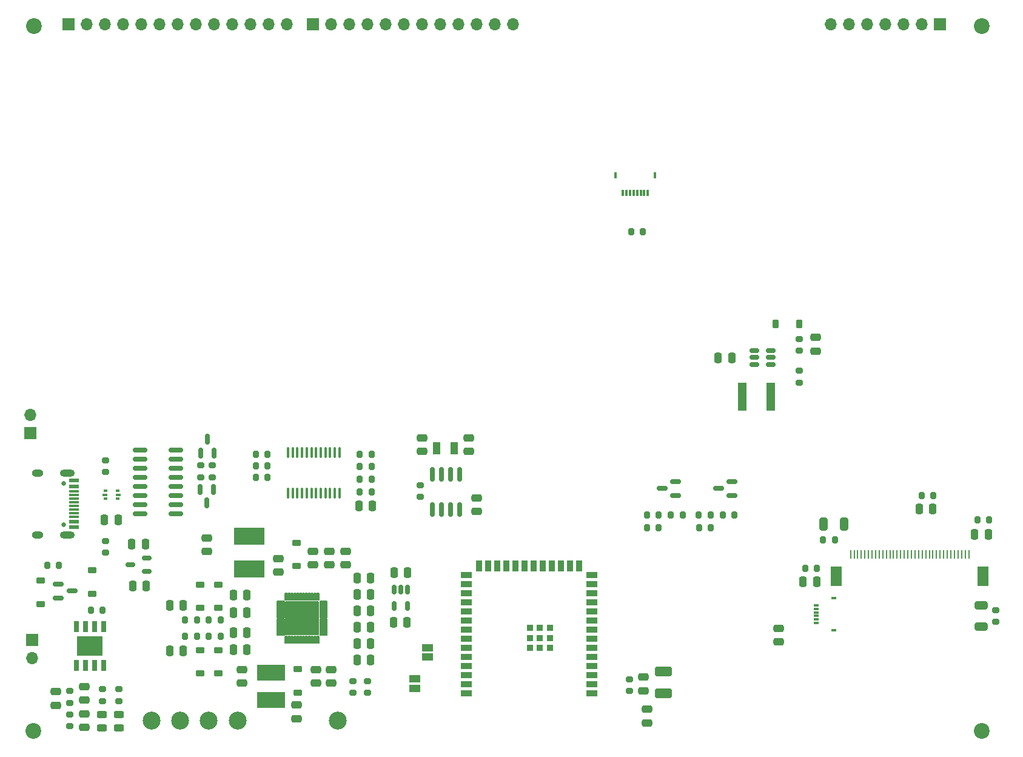
<source format=gts>
G04 #@! TF.GenerationSoftware,KiCad,Pcbnew,7.0.9-7.0.9~ubuntu22.04.1*
G04 #@! TF.CreationDate,2024-02-01T16:34:57+01:00*
G04 #@! TF.ProjectId,v7-kaleido,76372d6b-616c-4656-9964-6f2e6b696361,1.0*
G04 #@! TF.SameCoordinates,Original*
G04 #@! TF.FileFunction,Soldermask,Top*
G04 #@! TF.FilePolarity,Negative*
%FSLAX46Y46*%
G04 Gerber Fmt 4.6, Leading zero omitted, Abs format (unit mm)*
G04 Created by KiCad (PCBNEW 7.0.9-7.0.9~ubuntu22.04.1) date 2024-02-01 16:34:57*
%MOMM*%
%LPD*%
G01*
G04 APERTURE LIST*
G04 Aperture macros list*
%AMRoundRect*
0 Rectangle with rounded corners*
0 $1 Rounding radius*
0 $2 $3 $4 $5 $6 $7 $8 $9 X,Y pos of 4 corners*
0 Add a 4 corners polygon primitive as box body*
4,1,4,$2,$3,$4,$5,$6,$7,$8,$9,$2,$3,0*
0 Add four circle primitives for the rounded corners*
1,1,$1+$1,$2,$3*
1,1,$1+$1,$4,$5*
1,1,$1+$1,$6,$7*
1,1,$1+$1,$8,$9*
0 Add four rect primitives between the rounded corners*
20,1,$1+$1,$2,$3,$4,$5,0*
20,1,$1+$1,$4,$5,$6,$7,0*
20,1,$1+$1,$6,$7,$8,$9,0*
20,1,$1+$1,$8,$9,$2,$3,0*%
G04 Aperture macros list end*
%ADD10C,0.152400*%
%ADD11RoundRect,0.200000X-0.200000X-0.275000X0.200000X-0.275000X0.200000X0.275000X-0.200000X0.275000X0*%
%ADD12C,2.200000*%
%ADD13RoundRect,0.150000X0.150000X-0.587500X0.150000X0.587500X-0.150000X0.587500X-0.150000X-0.587500X0*%
%ADD14RoundRect,0.200000X-0.275000X0.200000X-0.275000X-0.200000X0.275000X-0.200000X0.275000X0.200000X0*%
%ADD15RoundRect,0.200000X0.275000X-0.200000X0.275000X0.200000X-0.275000X0.200000X-0.275000X-0.200000X0*%
%ADD16RoundRect,0.150000X-0.150000X0.587500X-0.150000X-0.587500X0.150000X-0.587500X0.150000X0.587500X0*%
%ADD17RoundRect,0.250000X0.250000X0.475000X-0.250000X0.475000X-0.250000X-0.475000X0.250000X-0.475000X0*%
%ADD18RoundRect,0.250000X-0.475000X0.250000X-0.475000X-0.250000X0.475000X-0.250000X0.475000X0.250000X0*%
%ADD19RoundRect,0.243750X-0.456250X0.243750X-0.456250X-0.243750X0.456250X-0.243750X0.456250X0.243750X0*%
%ADD20RoundRect,0.250000X0.475000X-0.250000X0.475000X0.250000X-0.475000X0.250000X-0.475000X-0.250000X0*%
%ADD21RoundRect,0.250000X0.650000X-0.325000X0.650000X0.325000X-0.650000X0.325000X-0.650000X-0.325000X0*%
%ADD22RoundRect,0.250000X-0.250000X-0.475000X0.250000X-0.475000X0.250000X0.475000X-0.250000X0.475000X0*%
%ADD23RoundRect,0.250000X-0.325000X-0.650000X0.325000X-0.650000X0.325000X0.650000X-0.325000X0.650000X0*%
%ADD24RoundRect,0.200000X0.200000X0.275000X-0.200000X0.275000X-0.200000X-0.275000X0.200000X-0.275000X0*%
%ADD25RoundRect,0.100000X-0.100000X0.637500X-0.100000X-0.637500X0.100000X-0.637500X0.100000X0.637500X0*%
%ADD26RoundRect,0.250000X0.925000X-0.412500X0.925000X0.412500X-0.925000X0.412500X-0.925000X-0.412500X0*%
%ADD27R,3.900000X2.200000*%
%ADD28R,4.200000X2.400000*%
%ADD29R,0.850000X0.200000*%
%ADD30R,0.200000X0.850000*%
%ADD31C,0.508000*%
%ADD32R,4.399999X4.399999*%
%ADD33RoundRect,0.225000X-0.375000X0.225000X-0.375000X-0.225000X0.375000X-0.225000X0.375000X0.225000X0*%
%ADD34RoundRect,0.225000X0.375000X-0.225000X0.375000X0.225000X-0.375000X0.225000X-0.375000X-0.225000X0*%
%ADD35C,2.500000*%
%ADD36R,0.650000X1.500000*%
%ADD37R,3.600000X2.700000*%
%ADD38R,1.700000X1.700000*%
%ADD39O,1.700000X1.700000*%
%ADD40RoundRect,0.150000X0.512500X0.150000X-0.512500X0.150000X-0.512500X-0.150000X0.512500X-0.150000X0*%
%ADD41R,0.500000X0.375000*%
%ADD42R,0.650000X0.300000*%
%ADD43R,1.600000X2.800000*%
%ADD44R,0.250000X1.300000*%
%ADD45RoundRect,0.150000X-0.587500X-0.150000X0.587500X-0.150000X0.587500X0.150000X-0.587500X0.150000X0*%
%ADD46R,1.500000X1.000000*%
%ADD47R,0.355600X0.838200*%
%ADD48R,0.406400X0.838200*%
%ADD49RoundRect,0.150000X-0.150000X0.825000X-0.150000X-0.825000X0.150000X-0.825000X0.150000X0.825000X0*%
%ADD50R,0.800000X0.300000*%
%ADD51R,0.800000X0.400000*%
%ADD52RoundRect,0.150000X-0.150000X0.512500X-0.150000X-0.512500X0.150000X-0.512500X0.150000X0.512500X0*%
%ADD53R,1.500000X0.900000*%
%ADD54R,0.900000X1.500000*%
%ADD55R,0.900000X0.900000*%
%ADD56RoundRect,0.150000X-0.825000X-0.150000X0.825000X-0.150000X0.825000X0.150000X-0.825000X0.150000X0*%
%ADD57C,0.650000*%
%ADD58R,1.450000X0.600000*%
%ADD59R,1.450000X0.300000*%
%ADD60O,2.100000X1.000000*%
%ADD61O,1.600000X1.000000*%
%ADD62R,1.257300X4.013200*%
%ADD63RoundRect,0.150000X0.587500X0.150000X-0.587500X0.150000X-0.587500X-0.150000X0.587500X-0.150000X0*%
%ADD64RoundRect,0.225000X0.225000X0.375000X-0.225000X0.375000X-0.225000X-0.375000X0.225000X-0.375000X0*%
%ADD65R,1.000000X1.800000*%
G04 APERTURE END LIST*
D10*
X103570539Y-131921731D02*
X103570539Y-131621656D01*
X103570539Y-131621656D02*
X102620462Y-131621656D01*
X103570539Y-131521730D02*
X103570539Y-131221654D01*
X103570539Y-131221654D02*
X102620462Y-131221654D01*
X103570539Y-131121731D02*
X103570539Y-130821655D01*
X103570539Y-130821655D02*
X102620462Y-130821655D01*
X103570539Y-130721731D02*
X103570539Y-130421656D01*
X103570539Y-130421656D02*
X102620462Y-130421656D01*
X103570539Y-130321732D02*
X103570539Y-130021654D01*
X103570539Y-130021654D02*
X102620462Y-130021654D01*
X103570539Y-129921730D02*
X103570539Y-129621655D01*
X103570539Y-129621655D02*
X102620462Y-129621655D01*
X103570539Y-129521731D02*
X103570539Y-129221656D01*
X103570539Y-129221656D02*
X102620462Y-129221656D01*
X103570539Y-129121732D02*
X103570539Y-128821656D01*
X103570539Y-128821656D02*
X102620462Y-128821656D01*
X103570539Y-128721730D02*
X103570539Y-128421655D01*
X103570539Y-128421655D02*
X102620462Y-128421655D01*
X103570539Y-128321731D02*
X103570539Y-128021655D01*
X103570539Y-128021655D02*
X102620462Y-128021655D01*
X103570539Y-127921732D02*
X103570539Y-127621656D01*
X103570539Y-127621656D02*
X102620462Y-127621656D01*
X103570539Y-127521730D02*
X103570539Y-127221655D01*
X103570539Y-127221655D02*
X102620462Y-127221655D01*
X102620462Y-131921731D02*
X103570539Y-131921731D01*
X102620462Y-131621656D02*
X102620462Y-131921731D01*
X102620462Y-131521730D02*
X103570539Y-131521730D01*
X102620462Y-131221654D02*
X102620462Y-131521730D01*
X102620462Y-131121731D02*
X103570539Y-131121731D01*
X102620462Y-130821655D02*
X102620462Y-131121731D01*
X102620462Y-130721731D02*
X103570539Y-130721731D01*
X102620462Y-130421656D02*
X102620462Y-130721731D01*
X102620462Y-130321732D02*
X103570539Y-130321732D01*
X102620462Y-130021654D02*
X102620462Y-130321732D01*
X102620462Y-129921730D02*
X103570539Y-129921730D01*
X102620462Y-129621655D02*
X102620462Y-129921730D01*
X102620462Y-129521731D02*
X103570539Y-129521731D01*
X102620462Y-129221656D02*
X102620462Y-129521731D01*
X102620462Y-129121732D02*
X103570539Y-129121732D01*
X102620462Y-128821656D02*
X102620462Y-129121732D01*
X102620462Y-128721730D02*
X103570539Y-128721730D01*
X102620462Y-128421655D02*
X102620462Y-128721730D01*
X102620462Y-128321731D02*
X103570539Y-128321731D01*
X102620462Y-128021655D02*
X102620462Y-128321731D01*
X102620462Y-127921732D02*
X103570539Y-127921732D01*
X102620462Y-127621656D02*
X102620462Y-127921732D01*
X102620462Y-127521730D02*
X103570539Y-127521730D01*
X102620462Y-127221655D02*
X102620462Y-127521730D01*
X102470538Y-133021732D02*
X102470538Y-132071655D01*
X102470538Y-132071655D02*
X102170463Y-132071655D01*
X102470538Y-127071731D02*
X102470538Y-126121654D01*
X102470538Y-126121654D02*
X102170463Y-126121654D01*
X102383999Y-131835192D02*
X101895300Y-131835192D01*
X102383999Y-131835192D02*
X97857001Y-131835192D01*
X102383999Y-131346493D02*
X102383999Y-131835192D01*
X102383999Y-130946493D02*
X97857001Y-130946493D01*
X102383999Y-130559093D02*
X102383999Y-130946493D01*
X102383999Y-130159093D02*
X97857001Y-130159093D01*
X102383999Y-129771693D02*
X102383999Y-130159093D01*
X102383999Y-129371693D02*
X97857001Y-129371693D01*
X102383999Y-128984293D02*
X102383999Y-129371693D01*
X102383999Y-128584293D02*
X97857001Y-128584293D01*
X102383999Y-128196893D02*
X102383999Y-128584293D01*
X102383999Y-127796893D02*
X97857001Y-127796893D01*
X102383999Y-127308194D02*
X102383999Y-131835192D01*
X102383999Y-127308194D02*
X102383999Y-127796893D01*
X102170463Y-133021732D02*
X102470538Y-133021732D01*
X102170463Y-132071655D02*
X102170463Y-133021732D01*
X102170463Y-127071731D02*
X102470538Y-127071731D01*
X102170463Y-126121654D02*
X102170463Y-127071731D01*
X102070537Y-133021732D02*
X102070537Y-132071655D01*
X102070537Y-132071655D02*
X101770461Y-132071655D01*
X102070537Y-127071731D02*
X102070537Y-126121654D01*
X102070537Y-126121654D02*
X101770461Y-126121654D01*
X101895300Y-131835192D02*
X101895300Y-127308194D01*
X101895300Y-127308194D02*
X102383999Y-127308194D01*
X101770461Y-133021732D02*
X102070537Y-133021732D01*
X101770461Y-132071655D02*
X101770461Y-133021732D01*
X101770461Y-127071731D02*
X102070537Y-127071731D01*
X101770461Y-126121654D02*
X101770461Y-127071731D01*
X101670538Y-133021732D02*
X101670538Y-132071655D01*
X101670538Y-132071655D02*
X101370462Y-132071655D01*
X101670538Y-127071731D02*
X101670538Y-126121654D01*
X101670538Y-126121654D02*
X101370462Y-126121654D01*
X101495300Y-131835192D02*
X101495300Y-127308194D01*
X101495300Y-127308194D02*
X101107900Y-127308194D01*
X101370462Y-133021732D02*
X101670538Y-133021732D01*
X101370462Y-132071655D02*
X101370462Y-133021732D01*
X101370462Y-127071731D02*
X101670538Y-127071731D01*
X101370462Y-126121654D02*
X101370462Y-127071731D01*
X101270538Y-133021732D02*
X101270538Y-132071655D01*
X101270538Y-132071655D02*
X100970463Y-132071655D01*
X101270538Y-127071731D02*
X101270538Y-126121654D01*
X101270538Y-126121654D02*
X100970463Y-126121654D01*
X101107900Y-131835192D02*
X101495300Y-131835192D01*
X101107900Y-127308194D02*
X101107900Y-131835192D01*
X100970463Y-133021732D02*
X101270538Y-133021732D01*
X100970463Y-132071655D02*
X100970463Y-133021732D01*
X100970463Y-127071731D02*
X101270538Y-127071731D01*
X100970463Y-126121654D02*
X100970463Y-127071731D01*
X100870539Y-127071731D02*
X100870539Y-126121654D01*
X100870539Y-126121654D02*
X100570461Y-126121654D01*
X100870537Y-133021732D02*
X100870537Y-132071655D01*
X100870537Y-132071655D02*
X100570461Y-132071655D01*
X100707900Y-131835192D02*
X100707900Y-127308194D01*
X100707900Y-127308194D02*
X100320500Y-127308194D01*
X100570461Y-133021732D02*
X100870537Y-133021732D01*
X100570461Y-132071655D02*
X100570461Y-133021732D01*
X100570461Y-127071731D02*
X100870539Y-127071731D01*
X100570461Y-126121654D02*
X100570461Y-127071731D01*
X100470537Y-133021732D02*
X100470537Y-132071655D01*
X100470537Y-132071655D02*
X100170462Y-132071655D01*
X100470537Y-127071731D02*
X100470537Y-126121654D01*
X100470537Y-126121654D02*
X100170462Y-126121654D01*
X100320500Y-131835192D02*
X100707900Y-131835192D01*
X100320500Y-127308194D02*
X100320500Y-131835192D01*
X100170462Y-133021732D02*
X100470537Y-133021732D01*
X100170462Y-132071655D02*
X100170462Y-133021732D01*
X100170462Y-127071731D02*
X100470537Y-127071731D01*
X100170462Y-126121654D02*
X100170462Y-127071731D01*
X100070538Y-133021732D02*
X100070538Y-132071655D01*
X100070538Y-132071655D02*
X99770463Y-132071655D01*
X100070538Y-127071731D02*
X100070538Y-126121654D01*
X100070538Y-126121654D02*
X99770463Y-126121654D01*
X99920500Y-131835192D02*
X99920500Y-127308194D01*
X99920500Y-127308194D02*
X99533100Y-127308194D01*
X99770463Y-133021732D02*
X100070538Y-133021732D01*
X99770463Y-132071655D02*
X99770463Y-133021732D01*
X99770463Y-127071731D02*
X100070538Y-127071731D01*
X99770463Y-126121654D02*
X99770463Y-127071731D01*
X99670539Y-133021732D02*
X99670539Y-132071655D01*
X99670539Y-132071655D02*
X99370461Y-132071655D01*
X99670539Y-127071731D02*
X99670539Y-126121654D01*
X99670539Y-126121654D02*
X99370463Y-126121654D01*
X99533100Y-131835192D02*
X99920500Y-131835192D01*
X99533100Y-127308194D02*
X99533100Y-131835192D01*
X99370463Y-127071731D02*
X99670539Y-127071731D01*
X99370463Y-126121654D02*
X99370463Y-127071731D01*
X99370461Y-133021732D02*
X99670539Y-133021732D01*
X99370461Y-132071655D02*
X99370461Y-133021732D01*
X99270537Y-133021732D02*
X99270537Y-132071655D01*
X99270537Y-132071655D02*
X98970462Y-132071655D01*
X99270537Y-127071731D02*
X99270537Y-126121654D01*
X99270537Y-126121654D02*
X98970462Y-126121654D01*
X99133100Y-131835192D02*
X99133100Y-127308194D01*
X99133100Y-127308194D02*
X98745700Y-127308194D01*
X98970462Y-133021732D02*
X99270537Y-133021732D01*
X98970462Y-132071655D02*
X98970462Y-133021732D01*
X98970462Y-127071731D02*
X99270537Y-127071731D01*
X98970462Y-126121654D02*
X98970462Y-127071731D01*
X98870538Y-133021732D02*
X98870538Y-132071655D01*
X98870538Y-132071655D02*
X98570462Y-132071655D01*
X98870538Y-127071731D02*
X98870538Y-126121654D01*
X98870538Y-126121654D02*
X98570462Y-126121654D01*
X98745700Y-131835192D02*
X99133100Y-131835192D01*
X98745700Y-127308194D02*
X98745700Y-131835192D01*
X98570462Y-133021732D02*
X98870538Y-133021732D01*
X98570462Y-132071655D02*
X98570462Y-133021732D01*
X98570462Y-127071731D02*
X98870538Y-127071731D01*
X98570462Y-126121654D02*
X98570462Y-127071731D01*
X98470539Y-133021732D02*
X98470539Y-132071655D01*
X98470539Y-132071655D02*
X98170463Y-132071655D01*
X98470539Y-127071731D02*
X98470539Y-126121654D01*
X98470539Y-126121654D02*
X98170463Y-126121654D01*
X98345700Y-131835192D02*
X97857001Y-131835192D01*
X98345700Y-127308194D02*
X98345700Y-131835192D01*
X98170463Y-133021732D02*
X98470539Y-133021732D01*
X98170463Y-132071655D02*
X98170463Y-133021732D01*
X98170463Y-127071731D02*
X98470539Y-127071731D01*
X98170463Y-126121654D02*
X98170463Y-127071731D01*
X98070537Y-133021732D02*
X98070537Y-132071655D01*
X98070537Y-132071655D02*
X97770462Y-132071655D01*
X98070537Y-127071731D02*
X98070537Y-126121654D01*
X98070537Y-126121654D02*
X97770462Y-126121654D01*
X97857001Y-131835192D02*
X97857001Y-131346493D01*
X97857001Y-131835192D02*
X97857001Y-127308194D01*
X97857001Y-131346493D02*
X102383999Y-131346493D01*
X97857001Y-130946493D02*
X97857001Y-130559093D01*
X97857001Y-130559093D02*
X102383999Y-130559093D01*
X97857001Y-130159093D02*
X97857001Y-129771693D01*
X97857001Y-129771693D02*
X102383999Y-129771693D01*
X97857001Y-129371693D02*
X97857001Y-128984293D01*
X97857001Y-128984293D02*
X102383999Y-128984293D01*
X97857001Y-128584293D02*
X97857001Y-128196893D01*
X97857001Y-128196893D02*
X102383999Y-128196893D01*
X97857001Y-127796893D02*
X97857001Y-127308194D01*
X97857001Y-127308194D02*
X102383999Y-127308194D01*
X97857001Y-127308194D02*
X98345700Y-127308194D01*
X97770462Y-133021732D02*
X98070537Y-133021732D01*
X97770462Y-132071655D02*
X97770462Y-133021732D01*
X97770462Y-127071731D02*
X98070537Y-127071731D01*
X97770462Y-126121654D02*
X97770462Y-127071731D01*
X97620538Y-131921731D02*
X97620538Y-131621656D01*
X97620538Y-131621656D02*
X96670461Y-131621656D01*
X97620538Y-131521730D02*
X97620538Y-131221654D01*
X97620538Y-131221654D02*
X96670461Y-131221654D01*
X97620538Y-131121731D02*
X97620538Y-130821655D01*
X97620538Y-130821655D02*
X96670461Y-130821655D01*
X97620538Y-130721731D02*
X97620538Y-130421656D01*
X97620538Y-130421656D02*
X96670461Y-130421656D01*
X97620538Y-130321730D02*
X97620538Y-130021654D01*
X97620538Y-130021654D02*
X96670461Y-130021654D01*
X97620538Y-129921730D02*
X97620538Y-129621655D01*
X97620538Y-129621655D02*
X96670461Y-129621655D01*
X97620538Y-129521731D02*
X97620538Y-129221656D01*
X97620538Y-129221656D02*
X96670461Y-129221656D01*
X97620538Y-129121732D02*
X97620538Y-128821654D01*
X97620538Y-128821654D02*
X96670461Y-128821654D01*
X97620538Y-128721730D02*
X97620538Y-128421655D01*
X97620538Y-128421655D02*
X96670461Y-128421655D01*
X97620538Y-128321731D02*
X97620538Y-128021655D01*
X97620538Y-128021655D02*
X96670461Y-128021655D01*
X97620538Y-127921732D02*
X97620538Y-127621656D01*
X97620538Y-127621656D02*
X96670461Y-127621656D01*
X97620538Y-127521730D02*
X97620538Y-127221655D01*
X97620538Y-127221655D02*
X96670461Y-127221655D01*
X96670461Y-131921731D02*
X97620538Y-131921731D01*
X96670461Y-131621656D02*
X96670461Y-131921731D01*
X96670461Y-131521730D02*
X97620538Y-131521730D01*
X96670461Y-131221654D02*
X96670461Y-131521730D01*
X96670461Y-131121731D02*
X97620538Y-131121731D01*
X96670461Y-130821655D02*
X96670461Y-131121731D01*
X96670461Y-130721731D02*
X97620538Y-130721731D01*
X96670461Y-130421656D02*
X96670461Y-130721731D01*
X96670461Y-130321730D02*
X97620538Y-130321730D01*
X96670461Y-130021654D02*
X96670461Y-130321730D01*
X96670461Y-129921730D02*
X97620538Y-129921730D01*
X96670461Y-129621655D02*
X96670461Y-129921730D01*
X96670461Y-129521731D02*
X97620538Y-129521731D01*
X96670461Y-129221656D02*
X96670461Y-129521731D01*
X96670461Y-129121732D02*
X97620538Y-129121732D01*
X96670461Y-128821654D02*
X96670461Y-129121732D01*
X96670461Y-128721730D02*
X97620538Y-128721730D01*
X96670461Y-128421655D02*
X96670461Y-128721730D01*
X96670461Y-128321731D02*
X97620538Y-128321731D01*
X96670461Y-128021655D02*
X96670461Y-128321731D01*
X96670461Y-127921732D02*
X97620538Y-127921732D01*
X96670461Y-127621656D02*
X96670461Y-127921732D01*
X96670461Y-127521730D02*
X97620538Y-127521730D01*
X96670461Y-127221655D02*
X96670461Y-127521730D01*
D11*
X108171500Y-108443693D03*
X109821500Y-108443693D03*
D12*
X195000000Y-46910000D03*
D13*
X85946500Y-106506193D03*
X87846500Y-106506193D03*
X86896500Y-104631193D03*
D14*
X85996500Y-108243693D03*
X85996500Y-109893693D03*
D15*
X87596500Y-109893693D03*
X87596500Y-108243693D03*
D16*
X87746500Y-111606193D03*
X85846500Y-111606193D03*
X86796500Y-113481193D03*
D17*
X114796500Y-130143693D03*
X112896500Y-130143693D03*
D18*
X69696500Y-139143693D03*
X69696500Y-141043693D03*
D19*
X74554500Y-143005693D03*
X74554500Y-144880693D03*
D14*
X72246500Y-139518693D03*
X72246500Y-141168693D03*
X74554500Y-139518693D03*
X74554500Y-141168693D03*
D19*
X72141500Y-143005693D03*
X72141500Y-144880693D03*
D20*
X148296500Y-144193693D03*
X148296500Y-142293693D03*
X69696500Y-144843693D03*
X69696500Y-142943693D03*
D17*
X109706500Y-135413693D03*
X107806500Y-135413693D03*
D20*
X166690000Y-132880000D03*
X166690000Y-130980000D03*
D21*
X194955000Y-130750000D03*
X194955000Y-127800000D03*
D22*
X170062000Y-124520000D03*
X171962000Y-124520000D03*
D23*
X172890000Y-116490000D03*
X175840000Y-116490000D03*
D22*
X194030000Y-117880000D03*
X195930000Y-117880000D03*
D24*
X95321500Y-106743693D03*
X93671500Y-106743693D03*
D15*
X107177700Y-140015293D03*
X107177700Y-138365293D03*
X196955000Y-130100000D03*
X196955000Y-128450000D03*
D11*
X170365000Y-122590000D03*
X172015000Y-122590000D03*
X172840000Y-118690000D03*
X174490000Y-118690000D03*
X194405000Y-115848000D03*
X196055000Y-115848000D03*
D14*
X109209700Y-138365293D03*
X109209700Y-140015293D03*
D25*
X105321500Y-106443693D03*
X104671500Y-106443693D03*
X104021500Y-106443693D03*
X103371500Y-106443693D03*
X102721500Y-106443693D03*
X102071500Y-106443693D03*
X101421500Y-106443693D03*
X100771500Y-106443693D03*
X100121500Y-106443693D03*
X99471500Y-106443693D03*
X98821500Y-106443693D03*
X98171500Y-106443693D03*
X98171500Y-112168693D03*
X98821500Y-112168693D03*
X99471500Y-112168693D03*
X100121500Y-112168693D03*
X100771500Y-112168693D03*
X101421500Y-112168693D03*
X102071500Y-112168693D03*
X102721500Y-112168693D03*
X103371500Y-112168693D03*
X104021500Y-112168693D03*
X104671500Y-112168693D03*
X105321500Y-112168693D03*
D18*
X106216500Y-120239693D03*
X106216500Y-122139693D03*
D26*
X150596500Y-140081193D03*
X150596500Y-137006193D03*
D22*
X107806500Y-123983693D03*
X109706500Y-123983693D03*
D24*
X88753500Y-129825693D03*
X87103500Y-129825693D03*
D27*
X95802500Y-140996693D03*
X95802500Y-137196693D03*
D28*
X92754500Y-122677693D03*
X92754500Y-118177693D03*
D24*
X85451500Y-132111693D03*
X83801500Y-132111693D03*
X88753500Y-132111693D03*
X87103500Y-132111693D03*
X85451500Y-129825693D03*
X83801500Y-129825693D03*
D20*
X99358500Y-143602693D03*
X99358500Y-141702693D03*
X104184500Y-138649693D03*
X104184500Y-136749693D03*
D17*
X92434500Y-128809693D03*
X90534500Y-128809693D03*
D22*
X90534500Y-131603693D03*
X92434500Y-131603693D03*
D18*
X147796500Y-137793693D03*
X147796500Y-139693693D03*
D29*
X103095500Y-131771694D03*
X103095500Y-131371692D03*
X103095500Y-130971693D03*
X103095500Y-130571694D03*
X103095500Y-130171692D03*
X103095500Y-129771693D03*
X103095500Y-129371693D03*
X103095500Y-128971694D03*
X103095500Y-128571692D03*
X103095500Y-128171693D03*
X103095500Y-127771694D03*
X103095500Y-127371692D03*
D30*
X102320501Y-126596693D03*
X101920499Y-126596693D03*
X101520500Y-126596693D03*
X101120501Y-126596693D03*
X100720499Y-126596693D03*
X100320500Y-126596693D03*
X99920500Y-126596693D03*
X99520501Y-126596693D03*
X99120499Y-126596693D03*
X98720500Y-126596693D03*
X98320501Y-126596693D03*
X97920499Y-126596693D03*
D29*
X97145500Y-127371692D03*
X97145500Y-127771694D03*
X97145500Y-128171693D03*
X97145500Y-128571692D03*
X97145500Y-128971694D03*
X97145500Y-129371693D03*
X97145500Y-129771693D03*
X97145500Y-130171692D03*
X97145500Y-130571694D03*
X97145500Y-130971693D03*
X97145500Y-131371692D03*
X97145500Y-131771694D03*
D30*
X97920499Y-132546693D03*
X98320501Y-132546693D03*
X98720500Y-132546693D03*
X99120499Y-132546693D03*
X99520501Y-132546693D03*
X99920500Y-132546693D03*
X100320500Y-132546693D03*
X100720499Y-132546693D03*
X101120501Y-132546693D03*
X101520500Y-132546693D03*
X101920499Y-132546693D03*
X102320501Y-132546693D03*
D31*
X101695300Y-131146493D03*
X101695300Y-130359093D03*
X101695300Y-129571693D03*
X101695300Y-128784293D03*
X101695300Y-127996893D03*
X100907900Y-131146493D03*
X100907900Y-130359093D03*
X100907900Y-129571693D03*
X100907900Y-128784293D03*
X100907900Y-127996893D03*
X100120500Y-131146493D03*
X100120500Y-130359093D03*
X100120500Y-129571693D03*
D32*
X100120500Y-129571693D03*
D31*
X100120500Y-128784293D03*
X100120500Y-127996893D03*
X99333100Y-131146493D03*
X99333100Y-130359093D03*
X99333100Y-129571693D03*
X99333100Y-128784293D03*
X99333100Y-127996893D03*
X98545700Y-131146493D03*
X98545700Y-130359093D03*
X98545700Y-129571693D03*
X98545700Y-128784293D03*
X98545700Y-127996893D03*
D17*
X109706500Y-133127693D03*
X107806500Y-133127693D03*
D20*
X96818500Y-123155693D03*
X96818500Y-121255693D03*
D17*
X109706500Y-126269693D03*
X107806500Y-126269693D03*
D33*
X85896500Y-134017693D03*
X85896500Y-137317693D03*
D34*
X88436500Y-137317693D03*
X88436500Y-134017693D03*
D33*
X85896500Y-124873693D03*
X85896500Y-128173693D03*
D34*
X88436500Y-128173693D03*
X88436500Y-124873693D03*
D22*
X81644500Y-127793693D03*
X83544500Y-127793693D03*
D20*
X101644500Y-122139693D03*
X101644500Y-120239693D03*
D22*
X107806500Y-130841693D03*
X109706500Y-130841693D03*
X90534500Y-126396693D03*
X92434500Y-126396693D03*
D20*
X103930500Y-122139693D03*
X103930500Y-120239693D03*
D22*
X90534500Y-134016693D03*
X92434500Y-134016693D03*
D17*
X83544500Y-134143693D03*
X81644500Y-134143693D03*
X109706500Y-128568393D03*
X107806500Y-128568393D03*
D20*
X102025500Y-138649693D03*
X102025500Y-136749693D03*
D34*
X99485500Y-139984693D03*
X99485500Y-136684693D03*
D22*
X112946500Y-123243693D03*
X114846500Y-123243693D03*
X186280000Y-114330000D03*
X188180000Y-114330000D03*
D11*
X186630000Y-112430000D03*
X188280000Y-112430000D03*
D33*
X99358500Y-119031693D03*
X99358500Y-122331693D03*
D14*
X67717500Y-143018693D03*
X67717500Y-144668693D03*
X67717500Y-139744693D03*
X67717500Y-141394693D03*
D18*
X86846500Y-118393693D03*
X86846500Y-120293693D03*
D20*
X91738500Y-138649693D03*
X91738500Y-136749693D03*
D35*
X87096500Y-143843693D03*
X79096500Y-143843693D03*
X91096500Y-143843693D03*
X105096500Y-143843693D03*
D12*
X195000000Y-145343693D03*
D22*
X108046500Y-113943693D03*
X109946500Y-113943693D03*
D14*
X145796500Y-138118693D03*
X145796500Y-139768693D03*
D24*
X109821500Y-111943693D03*
X108171500Y-111943693D03*
X109821500Y-110143693D03*
X108171500Y-110143693D03*
D11*
X93671500Y-109943693D03*
X95321500Y-109943693D03*
X93671500Y-108343693D03*
X95321500Y-108343693D03*
D35*
X83096500Y-143843693D03*
D36*
X72401500Y-130784693D03*
X71131500Y-130784693D03*
X69861500Y-130784693D03*
X68591500Y-130784693D03*
X68591500Y-136184693D03*
X69861500Y-136184693D03*
X71131500Y-136184693D03*
X72401500Y-136184693D03*
D37*
X70496500Y-133484693D03*
D34*
X70796500Y-126193693D03*
X70796500Y-122893693D03*
D24*
X72271500Y-128493693D03*
X70621500Y-128493693D03*
D12*
X62596500Y-145343693D03*
D38*
X62446500Y-132618693D03*
D39*
X62446500Y-135158693D03*
D40*
X78434000Y-123093693D03*
X78434000Y-121193693D03*
X76159000Y-122143693D03*
D41*
X72646500Y-111806193D03*
D42*
X72571500Y-112343693D03*
D41*
X72646500Y-112881193D03*
X74346500Y-112881193D03*
D42*
X74421500Y-112343693D03*
D41*
X74346500Y-111806193D03*
D22*
X72546500Y-115843693D03*
X74446500Y-115843693D03*
D43*
X174700000Y-123710000D03*
X195200000Y-123710000D03*
D44*
X176700000Y-120710000D03*
X177200000Y-120710000D03*
X177700000Y-120710000D03*
X178200000Y-120710000D03*
X178700000Y-120710000D03*
X179200000Y-120710000D03*
X179700000Y-120710000D03*
X180200000Y-120710000D03*
X180700000Y-120710000D03*
X181200000Y-120710000D03*
X181700000Y-120710000D03*
X182200000Y-120710000D03*
X182700000Y-120710000D03*
X183200000Y-120710000D03*
X183700000Y-120710000D03*
X184200000Y-120710000D03*
X184700000Y-120710000D03*
X185200000Y-120710000D03*
X185700000Y-120710000D03*
X186200000Y-120710000D03*
X186700000Y-120710000D03*
X187200000Y-120710000D03*
X187700000Y-120710000D03*
X188200000Y-120710000D03*
X188700000Y-120710000D03*
X189200000Y-120710000D03*
X189700000Y-120710000D03*
X190200000Y-120710000D03*
X190700000Y-120710000D03*
X191200000Y-120710000D03*
X191700000Y-120710000D03*
X192200000Y-120710000D03*
X192700000Y-120710000D03*
X193200000Y-120710000D03*
D45*
X66109000Y-124843693D03*
X66109000Y-126743693D03*
X67984000Y-125793693D03*
D46*
X115868500Y-138065693D03*
X115868500Y-139365693D03*
D18*
X123396500Y-104393693D03*
X123396500Y-106293693D03*
D38*
X62196500Y-103718693D03*
D39*
X62196500Y-101178693D03*
D47*
X144899496Y-70240000D03*
X145399622Y-70240000D03*
X145899748Y-70240000D03*
X146399874Y-70240000D03*
X146900000Y-70240000D03*
X147400126Y-70240000D03*
X147900252Y-70240000D03*
X148400378Y-70240000D03*
D48*
X149399937Y-67780000D03*
X143899937Y-67780000D03*
D49*
X122151500Y-109468693D03*
X120881500Y-109468693D03*
X119611500Y-109468693D03*
X118341500Y-109468693D03*
X118341500Y-114418693D03*
X119611500Y-114418693D03*
X120881500Y-114418693D03*
X122151500Y-114418693D03*
D15*
X72696500Y-109168693D03*
X72696500Y-107518693D03*
D50*
X171870000Y-130270000D03*
X171870000Y-129770000D03*
X171870000Y-129270000D03*
X171870000Y-128770000D03*
X171870000Y-128270000D03*
X171870000Y-127770000D03*
D51*
X174370000Y-126770000D03*
X174370000Y-131270000D03*
D24*
X66171500Y-122243693D03*
X64521500Y-122243693D03*
X109821500Y-106693693D03*
X108171500Y-106693693D03*
D52*
X114846500Y-125606193D03*
X113896500Y-125606193D03*
X112946500Y-125606193D03*
X112946500Y-127881193D03*
X114846500Y-127881193D03*
D14*
X169492500Y-90585000D03*
X169492500Y-92235000D03*
D11*
X158835000Y-115210000D03*
X160485000Y-115210000D03*
D18*
X116896500Y-104393693D03*
X116896500Y-106293693D03*
D40*
X165580000Y-94150000D03*
X165580000Y-93200000D03*
X165580000Y-92250000D03*
X163305000Y-92250000D03*
X163305000Y-93200000D03*
X163305000Y-94150000D03*
D14*
X116596500Y-110993693D03*
X116596500Y-112643693D03*
D17*
X78346500Y-125043693D03*
X76446500Y-125043693D03*
D20*
X65696500Y-141743693D03*
X65696500Y-139843693D03*
D46*
X117596500Y-133693693D03*
X117596500Y-134993693D03*
D14*
X72696500Y-118818693D03*
X72696500Y-120468693D03*
D11*
X151620000Y-115210000D03*
X153270000Y-115210000D03*
D38*
X101640000Y-46650000D03*
D39*
X104180000Y-46650000D03*
X106720000Y-46650000D03*
X109260000Y-46650000D03*
X111800000Y-46650000D03*
X114340000Y-46650000D03*
X116880000Y-46650000D03*
X119420000Y-46650000D03*
X121960000Y-46650000D03*
X124500000Y-46650000D03*
X127040000Y-46650000D03*
X129580000Y-46650000D03*
D53*
X140571500Y-140053693D03*
X140571500Y-138783693D03*
X140571500Y-137513693D03*
X140571500Y-136243693D03*
X140571500Y-134973693D03*
X140571500Y-133703693D03*
X140571500Y-132433693D03*
X140571500Y-131163693D03*
X140571500Y-129893693D03*
X140571500Y-128623693D03*
X140571500Y-127353693D03*
X140571500Y-126083693D03*
X140571500Y-124813693D03*
X140571500Y-123543693D03*
D54*
X138806500Y-122293693D03*
X137536500Y-122293693D03*
X136266500Y-122293693D03*
X134996500Y-122293693D03*
X133726500Y-122293693D03*
X132456500Y-122293693D03*
X131186500Y-122293693D03*
X129916500Y-122293693D03*
X128646500Y-122293693D03*
X127376500Y-122293693D03*
X126106500Y-122293693D03*
X124836500Y-122293693D03*
D53*
X123071500Y-123543693D03*
X123071500Y-124813693D03*
X123071500Y-126083693D03*
X123071500Y-127353693D03*
X123071500Y-128623693D03*
X123071500Y-129893693D03*
X123071500Y-131163693D03*
X123071500Y-132433693D03*
X123071500Y-133703693D03*
X123071500Y-134973693D03*
X123071500Y-136243693D03*
X123071500Y-137513693D03*
X123071500Y-138783693D03*
X123071500Y-140053693D03*
D55*
X134721500Y-133733693D03*
X134721500Y-132333693D03*
X134721500Y-130933693D03*
X133321500Y-133733693D03*
X133321500Y-132333693D03*
X133321500Y-130933693D03*
X131921500Y-133733693D03*
X131921500Y-132333693D03*
X131921500Y-130933693D03*
D14*
X169492500Y-95065000D03*
X169492500Y-96715000D03*
D24*
X157195000Y-116960000D03*
X155545000Y-116960000D03*
X157165000Y-115210000D03*
X155515000Y-115210000D03*
D38*
X67515000Y-46650000D03*
D39*
X70055000Y-46650000D03*
X72595000Y-46650000D03*
X75135000Y-46650000D03*
X77675000Y-46650000D03*
X80215000Y-46650000D03*
X82755000Y-46650000D03*
X85295000Y-46650000D03*
X87835000Y-46650000D03*
X90375000Y-46650000D03*
X92915000Y-46650000D03*
X95455000Y-46650000D03*
X97995000Y-46650000D03*
D11*
X146075000Y-75650000D03*
X147725000Y-75650000D03*
D12*
X62670000Y-46910000D03*
D24*
X149895000Y-115210000D03*
X148245000Y-115210000D03*
D38*
X189190000Y-46650000D03*
D39*
X186650000Y-46650000D03*
X184110000Y-46650000D03*
X181570000Y-46650000D03*
X179030000Y-46650000D03*
X176490000Y-46650000D03*
X173950000Y-46650000D03*
D18*
X124496500Y-112793693D03*
X124496500Y-114693693D03*
D56*
X77521500Y-106098693D03*
X77521500Y-107368693D03*
X77521500Y-108638693D03*
X77521500Y-109908693D03*
X77521500Y-111178693D03*
X77521500Y-112448693D03*
X77521500Y-113718693D03*
X77521500Y-114988693D03*
X82471500Y-114988693D03*
X82471500Y-113718693D03*
X82471500Y-112448693D03*
X82471500Y-111178693D03*
X82471500Y-109908693D03*
X82471500Y-108638693D03*
X82471500Y-107368693D03*
X82471500Y-106098693D03*
D57*
X66836500Y-110753693D03*
X66836500Y-116533693D03*
D58*
X68281500Y-110393693D03*
X68281500Y-111193693D03*
D59*
X68281500Y-112393693D03*
X68281500Y-113393693D03*
X68281500Y-113893693D03*
X68281500Y-114893693D03*
D58*
X68281500Y-116093693D03*
X68281500Y-116893693D03*
X68281500Y-116893693D03*
X68281500Y-116093693D03*
D59*
X68281500Y-115393693D03*
X68281500Y-114393693D03*
X68281500Y-112893693D03*
X68281500Y-111893693D03*
D58*
X68281500Y-111193693D03*
X68281500Y-110393693D03*
D60*
X67366500Y-109323693D03*
D61*
X63186500Y-109323693D03*
D60*
X67366500Y-117963693D03*
D61*
X63186500Y-117963693D03*
D62*
X165557350Y-98640000D03*
X161607650Y-98640000D03*
D22*
X76346500Y-119243693D03*
X78246500Y-119243693D03*
D63*
X160110000Y-112440000D03*
X160110000Y-110540000D03*
X158235000Y-111490000D03*
D64*
X169510000Y-88530000D03*
X166210000Y-88530000D03*
D63*
X152300000Y-112440000D03*
X152300000Y-110540000D03*
X150425000Y-111490000D03*
D34*
X63596500Y-127593693D03*
X63596500Y-124293693D03*
D24*
X149895000Y-116960000D03*
X148245000Y-116960000D03*
D18*
X171852500Y-90410000D03*
X171852500Y-92310000D03*
D17*
X160100000Y-93210000D03*
X158200000Y-93210000D03*
D65*
X121396500Y-105893693D03*
X118896500Y-105893693D03*
M02*

</source>
